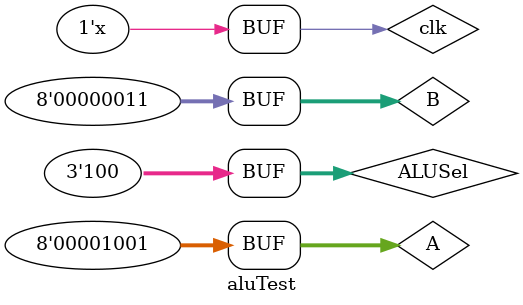
<source format=v>
`timescale 1ns / 1ps


module aluTest;

	// Inputs
	reg [7:0] A;
	reg [7:0] B;
	reg [2:0] ALUSel;
	reg clk;

	// Outputs
	wire [15:0] Result;
	wire [7:0] remainder;
	wire ZFlag;

	// Instantiate the Unit Under Test (UUT)
	testALU uut (
		.A(A), 
		.B(B), 
		.ALUSel(ALUSel), 
		.Result(Result), 
		.remainder(remainder), 
		.ZFlag(ZFlag), 
		.clk(clk)
	);
	
	always #20 clk = ~clk;
	
	initial begin
		// Initialize Inputs
		A = 9;
		B = 3;
		ALUSel = 3'b100;
		clk = 0;

		// Wait 100 ns for global reset to finish
		#100;
        
		// Add stimulus here

	end
      
endmodule


</source>
